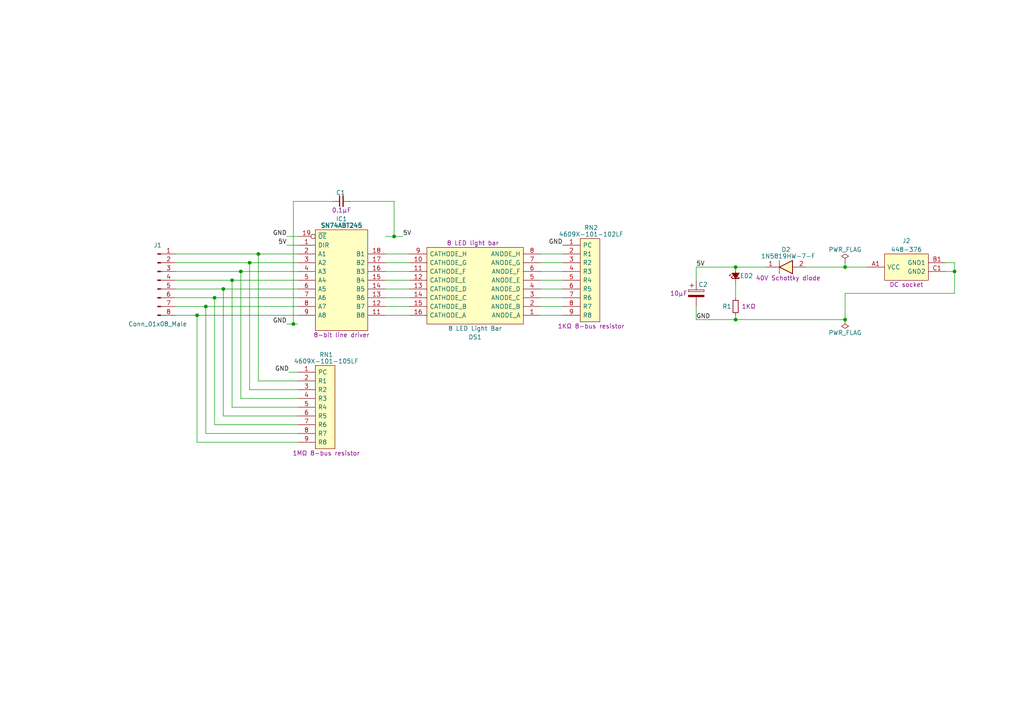
<source format=kicad_sch>
(kicad_sch (version 20230121) (generator eeschema)
  (paper "A4")
  (lib_symbols
    (symbol "Bourns:4609X-101-102LF" (pin_names (offset 0.762))
      (property "Reference" "RN" (at 8.255 5.08 0))
      (property "Value" "4609X-101-102LF" (at 8.255 3.175 0))
      (property "Description" "1KΩ 8-bus resistor" (at 8.255 -23.495 0))
      (symbol "4609X-101-102LF_0_0"
        (pin passive line (at 0 0 0) (length 5.08) (name "PC") (number "1"))
        (pin passive line (at 0 -2.54 0) (length 5.08) (name "R1") (number "2"))
        (pin passive line (at 0 -5.08 0) (length 5.08) (name "R2") (number "3"))
        (pin passive line (at 0 -7.62 0) (length 5.08) (name "R3") (number "4"))
        (pin passive line (at 0 -10.16 0) (length 5.08) (name "R4") (number "5"))
        (pin passive line (at 0 -12.7 0) (length 5.08) (name "R5") (number "6"))
        (pin passive line (at 0 -15.24 0) (length 5.08) (name "R6") (number "7"))
        (pin passive line (at 0 -17.78 0) (length 5.08) (name "R7") (number "8"))
        (pin passive line (at 0 -20.32 0) (length 5.08) (name "R8") (number "9"))
      )
      (symbol "4609X-101-102LF_0_1"
        (polyline (pts (xy 5.08 1.905) (xy 10.795 1.905) (xy 10.795 -22.225) (xy 5.08 -22.225) (xy 5.08 1.905)) (stroke (width 0.1524)) (fill (type background)))
      )
    )
    (symbol "Bourns:4609X-101-105LF" (pin_names (offset 0.762))
      (property "Reference" "RN" (at 8.255 5.08 0))
      (property "Value" "4609X-101-105LF" (at 8.255 3.175 0))
      (property "Description" "1MΩ 8-bus resistor" (at 8.255 -23.495 0))
      (symbol "4609X-101-105LF_0_0"
        (pin passive line (at 0 0 0) (length 5.08) (name "PC") (number "1"))
        (pin passive line (at 0 -2.54 0) (length 5.08) (name "R1") (number "2"))
        (pin passive line (at 0 -5.08 0) (length 5.08) (name "R2") (number "3"))
        (pin passive line (at 0 -7.62 0) (length 5.08) (name "R3") (number "4"))
        (pin passive line (at 0 -10.16 0) (length 5.08) (name "R4") (number "5"))
        (pin passive line (at 0 -12.7 0) (length 5.08) (name "R5") (number "6"))
        (pin passive line (at 0 -15.24 0) (length 5.08) (name "R6") (number "7"))
        (pin passive line (at 0 -17.78 0) (length 5.08) (name "R7") (number "8"))
        (pin passive line (at 0 -20.32 0) (length 5.08) (name "R8") (number "9"))
      )
      (symbol "4609X-101-105LF_0_1"
        (polyline (pts (xy 5.08 1.905) (xy 10.795 1.905) (xy 10.795 -22.225) (xy 5.08 -22.225) (xy 5.08 1.905)) (stroke (width 0.1524)) (fill (type background)))
      )
    )
    (symbol "Connector:Conn_01x08_Male" (pin_names (offset 1.016) hide)
      (property "Reference" "J" (at 0 10.16 0))
      (property "Value" "Conn_01x08_Male" (at 0 -12.7 0))
      (symbol "Conn_01x08_Male_1_1"
        (polyline (pts (xy 1.27 -10.16) (xy 0.8636 -10.16)) (stroke (width 0.1524)))
        (polyline (pts (xy 1.27 -7.62) (xy 0.8636 -7.62)) (stroke (width 0.1524)))
        (polyline (pts (xy 1.27 -5.08) (xy 0.8636 -5.08)) (stroke (width 0.1524)))
        (polyline (pts (xy 1.27 -2.54) (xy 0.8636 -2.54)) (stroke (width 0.1524)))
        (polyline (pts (xy 1.27 0) (xy 0.8636 0)) (stroke (width 0.1524)))
        (polyline (pts (xy 1.27 2.54) (xy 0.8636 2.54)) (stroke (width 0.1524)))
        (polyline (pts (xy 1.27 5.08) (xy 0.8636 5.08)) (stroke (width 0.1524)))
        (polyline (pts (xy 1.27 7.62) (xy 0.8636 7.62)) (stroke (width 0.1524)))
        (rectangle (start 0.8636 -10.033) (end 0 -10.287) (stroke (width 0.1524)) (fill (type outline)))
        (rectangle (start 0.8636 -7.493) (end 0 -7.747) (stroke (width 0.1524)) (fill (type outline)))
        (rectangle (start 0.8636 -4.953) (end 0 -5.207) (stroke (width 0.1524)) (fill (type outline)))
        (rectangle (start 0.8636 -2.413) (end 0 -2.667) (stroke (width 0.1524)) (fill (type outline)))
        (rectangle (start 0.8636 0.127) (end 0 -0.127) (stroke (width 0.1524)) (fill (type outline)))
        (rectangle (start 0.8636 2.667) (end 0 2.413) (stroke (width 0.1524)) (fill (type outline)))
        (rectangle (start 0.8636 5.207) (end 0 4.953) (stroke (width 0.1524)) (fill (type outline)))
        (rectangle (start 0.8636 7.747) (end 0 7.493) (stroke (width 0.1524)) (fill (type outline)))
        (pin passive line (at 5.08 7.62 180) (length 3.81) (name "Pin_1") (number "1"))
        (pin passive line (at 5.08 5.08 180) (length 3.81) (name "Pin_2") (number "2"))
        (pin passive line (at 5.08 2.54 180) (length 3.81) (name "Pin_3") (number "3"))
        (pin passive line (at 5.08 0 180) (length 3.81) (name "Pin_4") (number "4"))
        (pin passive line (at 5.08 -2.54 180) (length 3.81) (name "Pin_5") (number "5"))
        (pin passive line (at 5.08 -5.08 180) (length 3.81) (name "Pin_6") (number "6"))
        (pin passive line (at 5.08 -7.62 180) (length 3.81) (name "Pin_7") (number "7"))
        (pin passive line (at 5.08 -10.16 180) (length 3.81) (name "Pin_8") (number "8"))
      )
    )
    (symbol "Device:C_Polarized" (pin_numbers hide) (pin_names (offset 0.254))
      (property "Reference" "C" (at 0.635 2.54 0))
      (property "Value" "C_Polarized" (at 0.635 -2.54 0))
      (symbol "C_Polarized_0_1"
        (rectangle (start -2.286 0.508) (end 2.286 1.016))
        (polyline (pts (xy -1.778 2.286) (xy -0.762 2.286)))
        (polyline (pts (xy -1.27 2.794) (xy -1.27 1.778)))
        (rectangle (start 2.286 -0.508) (end -2.286 -1.016) (fill (type outline)))
      )
      (symbol "C_Polarized_1_1"
        (pin passive line (at 0 3.81 270) (length 2.794) (name "~") (number "1"))
        (pin passive line (at 0 -3.81 90) (length 2.794) (name "~") (number "2"))
      )
    )
    (symbol "Device:LED_Small_Filled" (pin_numbers hide) (pin_names (offset 0.254) hide)
      (property "Reference" "D" (at -1.27 3.175 0))
      (property "Value" "LED_Small_Filled" (at -4.445 -2.54 0))
      (symbol "LED_Small_Filled_0_1"
        (polyline (pts (xy -0.762 -1.016) (xy -0.762 1.016)) (stroke (width 0.254)))
        (polyline (pts (xy 1.016 0) (xy -0.762 0)))
        (polyline (pts (xy 0.762 -1.016) (xy -0.762 0) (xy 0.762 1.016) (xy 0.762 -1.016)) (stroke (width 0.254)) (fill (type outline)))
        (polyline (pts (xy 0 0.762) (xy -0.508 1.27) (xy -0.254 1.27) (xy -0.508 1.27) (xy -0.508 1.016)))
        (polyline (pts (xy 0.508 1.27) (xy 0 1.778) (xy 0.254 1.778) (xy 0 1.778) (xy 0 1.524)))
      )
      (symbol "LED_Small_Filled_1_1"
        (pin passive line (at -2.54 0 0) (length 1.778) (name "K") (number "1"))
        (pin passive line (at 2.54 0 180) (length 1.778) (name "A") (number "2"))
      )
    )
    (symbol "Diodes_Inc:1N5819HW-7-F" (pin_names (offset 0.762))
      (property "Reference" "D" (at 5.715 5.08 0))
      (property "Value" "1N5819HW-7-F" (at 6.35 3.175 0))
      (property "Description" "40V Schottky diode" (at 6.35 -3.175 0))
      (symbol "1N5819HW-7-F_0_0"
        (pin passive line (at 0 0 0) (length 2.54) (name "~") (number "1"))
        (pin passive line (at 11.43 0 180) (length 2.54) (name "~") (number "2"))
      )
      (symbol "1N5819HW-7-F_0_1"
        (polyline (pts (xy 2.54 0) (xy 3.81 0)) (stroke (width 0.1524)))
        (polyline (pts (xy 3.81 1.905) (xy 3.81 -1.905)) (stroke (width 0.1524)))
        (polyline (pts (xy 7.62 0) (xy 8.89 0)) (stroke (width 0.1524)))
        (polyline (pts (xy 3.81 0) (xy 7.62 1.905) (xy 7.62 -1.905) (xy 3.81 0)) (stroke (width 0.254)) (fill (type background)))
      )
    )
    (symbol "HCP65:C_0805" (pin_numbers hide) (pin_names (offset 0.254) hide)
      (property "Reference" "C" (at 2.286 2.54 0))
      (property "Description" "?μF" (at 2.54 -2.54 0))
      (symbol "C_0805_0_1"
        (polyline (pts (xy 1.9685 -1.4605) (xy 1.9685 1.5875)) (stroke (width 0.3048)))
        (polyline (pts (xy 2.9845 -1.4605) (xy 2.9845 1.5875)) (stroke (width 0.3302)))
      )
      (symbol "C_0805_1_1"
        (pin passive line (at 0 0 0) (length 2.032) (name "~") (number "1"))
        (pin passive line (at 5.08 0 180) (length 2.032) (name "~") (number "2"))
      )
    )
    (symbol "HCP65:R_0805" (pin_numbers hide) (pin_names hide)
      (property "Reference" "R" (at 2.54 1.778 0))
      (property "Description" "?Ω" (at 2.54 -2.032 0))
      (symbol "R_0805_0_1"
        (rectangle (start 0.762 0.762) (end 4.318 -0.762) (stroke (width 0.2032)))
      )
      (symbol "R_0805_1_1"
        (pin passive line (at 0 0 0) (length 0.72) (name "~") (number "1"))
        (pin passive line (at 5.08 0 180) (length 0.72) (name "~") (number "2"))
      )
    )
    (symbol "Osram:8 LED Light Bar" (pin_names (offset 0.762))
      (property "Reference" "DS" (at 19.05 6.35 0))
      (property "Value" "8 LED Light Bar" (at 19.05 3.81 0))
      (property "Description" "8 LED light bar" (at 19.685 -20.955 0))
      (symbol "8 LED Light Bar_0_0"
        (pin passive line (at 0 0 0) (length 5.08) (name "ANODE_A") (number "1"))
        (pin passive line (at 38.1 -15.24 180) (length 5.08) (name "CATHODE_G") (number "10"))
        (pin passive line (at 38.1 -12.7 180) (length 5.08) (name "CATHODE_F") (number "11"))
        (pin passive line (at 38.1 -10.16 180) (length 5.08) (name "CATHODE_E") (number "12"))
        (pin passive line (at 38.1 -7.62 180) (length 5.08) (name "CATHODE_D") (number "13"))
        (pin passive line (at 38.1 -5.08 180) (length 5.08) (name "CATHODE_C") (number "14"))
        (pin passive line (at 38.1 -2.54 180) (length 5.08) (name "CATHODE_B") (number "15"))
        (pin passive line (at 38.1 0 180) (length 5.08) (name "CATHODE_A") (number "16"))
        (pin passive line (at 0 -2.54 0) (length 5.08) (name "ANODE_B") (number "2"))
        (pin passive line (at 0 -5.08 0) (length 5.08) (name "ANODE_C") (number "3"))
        (pin passive line (at 0 -7.62 0) (length 5.08) (name "ANODE_D") (number "4"))
        (pin passive line (at 0 -10.16 0) (length 5.08) (name "ANODE_E") (number "5"))
        (pin passive line (at 0 -12.7 0) (length 5.08) (name "ANODE_F") (number "6"))
        (pin passive line (at 0 -15.24 0) (length 5.08) (name "ANODE_G") (number "7"))
        (pin passive line (at 0 -17.78 0) (length 5.08) (name "ANODE_H") (number "8"))
        (pin passive line (at 38.1 -17.78 180) (length 5.08) (name "CATHODE_H") (number "9"))
      )
      (symbol "8 LED Light Bar_0_1"
        (polyline (pts (xy 5.08 2.54) (xy 33.02 2.54) (xy 33.02 -19.685) (xy 5.08 -19.685) (xy 5.08 2.54)) (stroke (width 0.1524)) (fill (type background)))
      )
    )
    (symbol "RS_Components:448-376" (pin_names (offset 0.762))
      (property "Reference" "J" (at 11.43 6.35 0))
      (property "Value" "448-376" (at 11.43 3.81 0))
      (property "Description" "DC socket" (at 11.43 -6.35 0))
      (symbol "448-376_0_0"
        (pin passive line (at 0 -1.27 0) (length 5.08) (name "VCC") (number "A1"))
        (pin passive line (at 22.86 0 180) (length 5.08) (name "GND1") (number "B1"))
        (pin passive line (at 22.86 -2.54 180) (length 5.08) (name "GND2") (number "C1"))
      )
      (symbol "448-376_0_1"
        (polyline (pts (xy 5.08 2.54) (xy 17.78 2.54) (xy 17.78 -5.08) (xy 5.08 -5.08) (xy 5.08 2.54)) (stroke (width 0.1524)) (fill (type background)))
      )
    )
    (symbol "Texas_Instruments:SN74ABT245BDBR" (pin_names (offset 0.762))
      (property "Reference" "IC" (at 12.7 5.08 0))
      (property "Value" "SN74ABT245BDBR" (at 12.7 3.175 0))
      (property "Description" "8-bit line driver" (at 12.7 -28.575 0))
      (symbol "SN74ABT245BDBR_0_0"
        (pin input line (at 0 -2.54 0) (length 5.08) (name "DIR") (number "1"))
        (pin passive line (at 0 -25.4 0) (length 5.08) hide (name "GND") (number "10"))
        (pin bidirectional line (at 25.4 -22.86 180) (length 5.08) (name "B8") (number "11"))
        (pin bidirectional line (at 25.4 -20.32 180) (length 5.08) (name "B7") (number "12"))
        (pin bidirectional line (at 25.4 -17.78 180) (length 5.08) (name "B6") (number "13"))
        (pin bidirectional line (at 25.4 -15.24 180) (length 5.08) (name "B5") (number "14"))
        (pin bidirectional line (at 25.4 -12.7 180) (length 5.08) (name "B4") (number "15"))
        (pin bidirectional line (at 25.4 -10.16 180) (length 5.08) (name "B3") (number "16"))
        (pin bidirectional line (at 25.4 -7.62 180) (length 5.08) (name "B2") (number "17"))
        (pin bidirectional line (at 25.4 -5.08 180) (length 5.08) (name "B1") (number "18"))
        (pin input inverted (at 0 0 0) (length 5.08) (name "~{OE}") (number "19"))
        (pin bidirectional line (at 0 -5.08 0) (length 5.08) (name "A1") (number "2"))
        (pin passive line (at 25.4 0 180) (length 5.08) hide (name "5V") (number "20"))
        (pin bidirectional line (at 0 -7.62 0) (length 5.08) (name "A2") (number "3"))
        (pin bidirectional line (at 0 -10.16 0) (length 5.08) (name "A3") (number "4"))
        (pin bidirectional line (at 0 -12.7 0) (length 5.08) (name "A4") (number "5"))
        (pin bidirectional line (at 0 -15.24 0) (length 5.08) (name "A5") (number "6"))
        (pin bidirectional line (at 0 -17.78 0) (length 5.08) (name "A6") (number "7"))
        (pin bidirectional line (at 0 -20.32 0) (length 5.08) (name "A7") (number "8"))
        (pin bidirectional line (at 0 -22.86 0) (length 5.08) (name "A8") (number "9"))
      )
      (symbol "SN74ABT245BDBR_0_1"
        (polyline (pts (xy 5.08 1.905) (xy 20.32 1.905) (xy 20.32 -27.305) (xy 5.08 -27.305) (xy 5.08 1.905)) (stroke (width 0.1524)) (fill (type background)))
      )
    )
    (symbol "power:PWR_FLAG" (power) (pin_numbers hide) (pin_names (offset 0) hide)
      (property "Value" "PWR_FLAG" (at 0 3.81 0))
      (symbol "PWR_FLAG_0_0"
        (pin power_out line (at 0 0 90) (length 0) (name "pwr") (number "1"))
      )
      (symbol "PWR_FLAG_0_1"
        (polyline (pts (xy 0 0) (xy 0 1.27) (xy -1.016 1.905) (xy 0 2.54) (xy 1.016 1.905) (xy 0 1.27)))
      )
    )
  )
  (junction (at 59.69 88.9))
  (junction (at 213.36 77.47))
  (junction (at 64.77 83.82))
  (junction (at 69.85 78.74))
  (junction (at 72.39 76.2))
  (junction (at 67.31 81.28))
  (junction (at 74.93 73.66))
  (junction (at 276.86 78.74))
  (junction (at 213.36 92.71))
  (junction (at 114.3 68.58))
  (junction (at 245.11 77.47))
  (junction (at 62.23 86.36))
  (junction (at 245.11 92.71))
  (junction (at 57.15 91.44))
  (junction (at 85.09 93.98))
  (wire (pts (xy 118.745 76.2) (xy 111.76 76.2)))
  (wire (pts (xy 233.68 77.47) (xy 245.11 77.47)))
  (wire (pts (xy 245.11 92.71) (xy 213.36 92.71)))
  (wire (pts (xy 213.36 92.71) (xy 213.36 91.44)))
  (wire (pts (xy 57.15 91.44) (xy 86.36 91.44)))
  (wire (pts (xy 72.39 76.2) (xy 86.36 76.2)))
  (wire (pts (xy 163.195 73.66) (xy 156.845 73.66)))
  (wire (pts (xy 114.3 58.42) (xy 114.3 68.58)))
  (wire (pts (xy 74.93 110.49) (xy 86.36 110.49)))
  (wire (pts (xy 62.23 123.19) (xy 62.23 86.36)))
  (wire (pts (xy 62.23 123.19) (xy 86.36 123.19)))
  (wire (pts (xy 276.86 78.74) (xy 276.86 85.09)))
  (wire (pts (xy 57.15 128.27) (xy 57.15 91.44)))
  (wire (pts (xy 163.195 91.44) (xy 156.845 91.44)))
  (wire (pts (xy 69.85 115.57) (xy 86.36 115.57)))
  (wire (pts (xy 245.11 76.2) (xy 245.11 77.47)))
  (wire (pts (xy 83.185 93.98) (xy 85.09 93.98)))
  (wire (pts (xy 118.745 91.44) (xy 111.76 91.44)))
  (wire (pts (xy 50.8 73.66) (xy 74.93 73.66)))
  (wire (pts (xy 69.85 115.57) (xy 69.85 78.74)))
  (wire (pts (xy 64.77 120.65) (xy 64.77 83.82)))
  (wire (pts (xy 118.745 78.74) (xy 111.76 78.74)))
  (wire (pts (xy 74.93 73.66) (xy 86.36 73.66)))
  (wire (pts (xy 72.39 113.03) (xy 72.39 76.2)))
  (wire (pts (xy 276.86 76.2) (xy 274.32 76.2)))
  (wire (pts (xy 67.31 118.11) (xy 86.36 118.11)))
  (wire (pts (xy 83.185 71.12) (xy 86.36 71.12)))
  (wire (pts (xy 62.23 86.36) (xy 86.36 86.36)))
  (wire (pts (xy 118.745 88.9) (xy 111.76 88.9)))
  (wire (pts (xy 163.195 88.9) (xy 156.845 88.9)))
  (wire (pts (xy 118.745 73.66) (xy 111.76 73.66)))
  (wire (pts (xy 276.86 85.09) (xy 245.11 85.09)))
  (wire (pts (xy 213.36 82.55) (xy 213.36 86.36)))
  (wire (pts (xy 50.8 76.2) (xy 72.39 76.2)))
  (wire (pts (xy 50.8 86.36) (xy 62.23 86.36)))
  (wire (pts (xy 118.745 83.82) (xy 111.76 83.82)))
  (wire (pts (xy 163.195 81.28) (xy 156.845 81.28)))
  (wire (pts (xy 69.85 78.74) (xy 86.36 78.74)))
  (wire (pts (xy 245.11 77.47) (xy 251.46 77.47)))
  (wire (pts (xy 50.8 78.74) (xy 69.85 78.74)))
  (wire (pts (xy 59.69 125.73) (xy 59.69 88.9)))
  (wire (pts (xy 163.195 86.36) (xy 156.845 86.36)))
  (wire (pts (xy 50.8 83.82) (xy 64.77 83.82)))
  (wire (pts (xy 85.09 93.98) (xy 86.36 93.98)))
  (wire (pts (xy 163.195 83.82) (xy 156.845 83.82)))
  (wire (pts (xy 67.31 118.11) (xy 67.31 81.28)))
  (wire (pts (xy 85.09 58.42) (xy 85.09 93.98)))
  (wire (pts (xy 64.77 120.65) (xy 86.36 120.65)))
  (wire (pts (xy 163.195 76.2) (xy 156.845 76.2)))
  (wire (pts (xy 276.86 76.2) (xy 276.86 78.74)))
  (wire (pts (xy 201.93 92.71) (xy 201.93 88.9)))
  (wire (pts (xy 83.82 107.95) (xy 86.36 107.95)))
  (wire (pts (xy 59.69 88.9) (xy 86.36 88.9)))
  (wire (pts (xy 59.69 125.73) (xy 86.36 125.73)))
  (wire (pts (xy 50.8 81.28) (xy 67.31 81.28)))
  (wire (pts (xy 50.8 91.44) (xy 57.15 91.44)))
  (wire (pts (xy 245.11 85.09) (xy 245.11 92.71)))
  (wire (pts (xy 118.745 81.28) (xy 111.76 81.28)))
  (wire (pts (xy 118.745 86.36) (xy 111.76 86.36)))
  (wire (pts (xy 276.86 78.74) (xy 274.32 78.74)))
  (wire (pts (xy 163.195 78.74) (xy 156.845 78.74)))
  (wire (pts (xy 114.3 68.58) (xy 116.84 68.58)))
  (wire (pts (xy 64.77 83.82) (xy 86.36 83.82)))
  (wire (pts (xy 67.31 81.28) (xy 86.36 81.28)))
  (wire (pts (xy 57.15 128.27) (xy 86.36 128.27)))
  (wire (pts (xy 74.93 110.49) (xy 74.93 73.66)))
  (wire (pts (xy 213.36 77.47) (xy 222.25 77.47)))
  (wire (pts (xy 111.76 68.58) (xy 114.3 68.58)))
  (wire (pts (xy 201.93 77.47) (xy 201.93 81.28)))
  (wire (pts (xy 101.6 58.42) (xy 114.3 58.42)))
  (wire (pts (xy 72.39 113.03) (xy 86.36 113.03)))
  (wire (pts (xy 213.36 92.71) (xy 201.93 92.71)))
  (wire (pts (xy 59.69 88.9) (xy 50.8 88.9)))
  (wire (pts (xy 85.09 58.42) (xy 96.52 58.42)))
  (wire (pts (xy 201.93 77.47) (xy 213.36 77.47)))
  (wire (pts (xy 83.185 68.58) (xy 86.36 68.58)))
  (label "GND" (at 163.195 71.12 180))
  (label "GND" (at 83.82 107.95 180))
  (label "5V" (at 83.185 71.12 180))
  (label "5V" (at 201.93 77.47 0))
  (label "GND" (at 201.93 92.71 0))
  (label "GND" (at 83.185 68.58 180))
  (label "5V" (at 116.84 68.58 0))
  (label "GND" (at 83.185 93.98 180))
  (symbol (lib_id "Bourns:4609X-101-102LF") (at 163.195 71.12 0) (unit 1)
    (property "Reference" "RN2" (at 171.45 66.04 0))
    (property "Value" "4609X-101-102LF" (at 171.45 67.945 0))
    (property "Footprint" "SamacSys_Parts:4609X" (effects hide))
    (property "Datasheet" "https://www.mouser.com/datasheet/2/54/4600x-776645.pdf" (effects hide))
    (property "Description" "1KΩ 8-bus resistor" (at 171.45 94.615 0))
    (property "Height" "5.08" (effects hide))
    (property "Manufacturer_Name" "Bourns" (effects hide))
    (property "Manufacturer_Part_Number" "4609X-101-102LF" (effects hide))
    (property "Mouser Part Number" "652-4609X-1LF-1K" (effects hide))
    (property "Mouser Price/Stock" "https://www.mouser.co.uk/ProductDetail/Bourns/4609X-101-102LF?qs=nFt9sTYf7TAKYPPrg1sLvw%3D%3D" (effects hide))
    (property "Arrow Part Number" "4609X-101-102LF" (effects hide))
    (property "Arrow Price/Stock" "https://www.arrow.com/en/products/4609x-101-102lf/bourns?region=europe" (effects hide))
    (instances (project "Bus Tester" (path "" (reference "RN2") (unit 1)) (path "" (reference "RN4") (unit 1))))
  )
  (symbol (lib_id "power:PWR_FLAG") (at 245.11 92.71 180) (unit 1)
    (property "Reference" "#FLG04" (effects hide))
    (property "Value" "PWR_FLAG" (at 245.11 96.52 0))
    (instances (project "Bus Tester" (path "" (reference "#FLG04") (unit 1)) (path "" (reference "#FLG06") (unit 1))))
  )
  (symbol (lib_id "Texas_Instruments:SN74ABT245BDBR") (at 86.36 68.58 0) (unit 1)
    (property "Reference" "IC1" (at 99.06 63.5 0))
    (property "Value" "SN74ABT245" (at 99.06 65.405 0) (effects (font bold)))
    (property "Footprint" "SOP65P780X200-20N" (effects hide))
    (property "Datasheet" "http://www.ti.com/lit/gpn/sn74abt245b" (effects hide))
    (property "Description" "8-bit line driver" (at 99.06 97.155 0))
    (property "Height" "2" (effects hide))
    (property "Manufacturer_Name" "Texas Instruments" (effects hide))
    (property "Manufacturer_Part_Number" "SN74ABT245BDBR" (effects hide))
    (property "Mouser Part Number" "595-SN74ABT245BDBR" (effects hide))
    (property "Mouser Price/Stock" "https://www.mouser.co.uk/ProductDetail/Texas-Instruments/SN74ABT245BDBR?qs=5nGYs9Do7G0kvriH65mtcg%3D%3D" (effects hide))
    (property "Arrow Part Number" "SN74ABT245BDBR" (effects hide))
    (property "Arrow Price/Stock" "https://www.arrow.com/en/products/sn74abt245bdbr/texas-instruments" (effects hide))
    (instances (project "Bus Tester" (path "" (reference "IC1") (unit 1)) (path "" (reference "IC2") (unit 1))))
  )
  (symbol (lib_id "Device:LED_Small_Filled") (at 213.36 80.01 90) (unit 1)
    (property "Reference" "LED2" (at 218.44 80.01 90) (effects (justify left)))
    (property "Value" "LED_Small_Filled" (effects hide))
    (property "Footprint" "SamacSys_Parts:LED_D5.0mm" (effects hide))
    (instances (project "Bus Tester" (path "" (reference "LED2") (unit 1)) (path "" (reference "LED1") (unit 1))))
  )
  (symbol (lib_id "Osram:8 LED Light Bar") (at 156.845 91.44 180) (unit 1)
    (property "Reference" "DS1" (at 137.795 97.79 0))
    (property "Value" "8 LED Light Bar" (at 137.795 95.25 0))
    (property "Footprint" "SamacSys_Parts:DIP8LEDBAR" (effects hide))
    (property "Datasheet" "https://datasheet.datasheetarchive.com/originals/distributors/Datasheets-6/DSA-115789.pdf" (effects hide))
    (property "Description" "8 LED light bar" (at 137.16 70.485 0))
    (property "Height" "6.35" (effects hide))
    (property "Manufacturer_Name" "Avago Technologies" (effects hide))
    (property "Manufacturer_Part_Number" "HDSP-4830" (effects hide))
    (property "Mouser Part Number" "630-HDSP-4830" (effects hide))
    (property "Mouser Price/Stock" "https://www.mouser.co.uk/ProductDetail/Broadcom-Avago/HDSP-4830?qs=pQfy5%252BKCabIzUgkQ3%2FJOEw%3D%3D" (effects hide))
    (instances (project "Bus Tester" (path "" (reference "DS1") (unit 1)) (path "" (reference "DS2") (unit 1))))
  )
  (symbol (lib_id "HCP65:C_0805") (at 96.52 58.42 0) (unit 1)
    (property "Reference" "C1" (at 98.806 55.88 0))
    (property "Value" "C_0805" (effects hide))
    (property "Footprint" "SamacSys_Parts:C_0805" (effects hide))
    (property "Description" "0.1μF" (at 99.06 60.96 0))
    (instances (project "Bus Tester" (path "" (reference "C1") (unit 1)) (path "" (reference "C3") (unit 1))))
  )
  (symbol (lib_id "Device:C_Polarized") (at 201.93 85.09 0) (unit 1)
    (property "Reference" "C2" (at 202.565 82.55 0) (effects (justify left)))
    (property "Value" "C_Polarized" (effects hide))
    (property "Footprint" "Capacitor_THT:CP_Radial_D4.0mm_P1.50mm" (effects hide))
    (property "Description" "10μF" (at 196.85 85.09 0))
    (instances (project "Bus Tester" (path "" (reference "C2") (unit 1)) (path "" (reference "C4") (unit 1))))
  )
  (symbol (lib_id "Connector:Conn_01x08_Male") (at 45.72 81.28 0) (unit 1)
    (property "Reference" "J1" (at 45.72 71.12 0))
    (property "Value" "Conn_01x08_Male" (at 45.72 93.98 0))
    (property "Footprint" "Connector_PinHeader_2.54mm:PinHeader_1x08_P2.54mm_Vertical" (effects hide))
    (instances (project "Bus Tester" (path "" (reference "J1") (unit 1)) (path "" (reference "J3") (unit 1))))
  )
  (symbol (lib_id "power:PWR_FLAG") (at 245.11 76.2 0) (unit 1)
    (property "Reference" "#FLG03" (effects hide))
    (property "Value" "PWR_FLAG" (at 245.11 72.39 0))
    (instances (project "Bus Tester" (path "" (reference "#FLG03") (unit 1)) (path "" (reference "#FLG05") (unit 1))))
  )
  (symbol (lib_id "Diodes_Inc:1N5819HW-7-F") (at 222.25 77.47 0) (unit 1)
    (property "Reference" "D2" (at 227.965 72.39 0))
    (property "Value" "1N5819HW-7-F" (at 228.6 74.295 0))
    (property "Footprint" "SOD3716X145N" (effects hide))
    (property "Datasheet" "https://datasheet.datasheetarchive.com/originals/distributors/Datasheets-DGA23/1390892.pdf" (effects hide))
    (property "Description" "40V Schottky diode" (at 228.6 80.645 0))
    (property "Height" "1.45" (effects hide))
    (property "Manufacturer_Name" "Diodes Inc." (effects hide))
    (property "Manufacturer_Part_Number" "1N5819HW-7-F" (effects hide))
    (property "Mouser Part Number" "621-1N5819HW-F" (effects hide))
    (property "Mouser Price/Stock" "https://www.mouser.co.uk/ProductDetail/Diodes-Incorporated/1N5819HW-7-F?qs=NQ47qNm99eDyWTEd07miYA%3D%3D" (effects hide))
    (property "Arrow Part Number" "1N5819HW-7-F" (effects hide))
    (property "Arrow Price/Stock" "https://www.arrow.com/en/products/1n5819hw-7-f/diodes-incorporated" (effects hide))
    (property "Silkscreen" "1N5819" (effects hide))
    (instances (project "Bus Tester" (path "" (reference "D2") (unit 1)) (path "" (reference "D3") (unit 1))))
  )
  (symbol (lib_id "Bourns:4609X-101-105LF") (at 86.36 107.95 0) (unit 1)
    (property "Reference" "RN1" (at 94.615 102.87 0))
    (property "Value" "4609X-101-105LF" (at 94.615 104.775 0))
    (property "Footprint" "SamacSys_Parts:4609X" (effects hide))
    (property "Datasheet" "https://www.bourns.com/pdfs/4600X.pdf" (effects hide))
    (property "Description" "1MΩ 8-bus resistor" (at 94.615 131.445 0))
    (property "Manufacturer_Name" "Bourns" (effects hide))
    (property "Manufacturer_Part_Number" "4609X-101-105LF" (effects hide))
    (property "Mouser Part Number" "652-4609X-1LF-1M" (effects hide))
    (property "Mouser Price/Stock" "https://www.mouser.com/Search/Refine.aspx?Keyword=652-4609X-1LF-1M" (effects hide))
    (property "Arrow Part Number" "4609X-101-105LF" (effects hide))
    (property "Arrow Price/Stock" "https://www.arrow.com/en/products/4609x-101-105lf/bourns?region=europe" (effects hide))
    (instances (project "Bus Tester" (path "" (reference "RN1") (unit 1)) (path "" (reference "RN3") (unit 1))))
  )
  (symbol (lib_id "HCP65:R_0805") (at 213.36 91.44 90) (unit 1)
    (property "Reference" "R1" (at 210.82 88.9 90))
    (property "Value" "R_0805" (effects hide))
    (property "Footprint" "SamacSys_Parts:R_0805" (effects hide))
    (property "Description" "1KΩ" (at 217.17 88.9 90))
    (instances (project "Bus Tester" (path "" (reference "R1") (unit 1)) (path "" (reference "R2") (unit 1))))
  )
  (symbol (lib_id "RS_Components:448-376") (at 251.46 76.2 0) (unit 1)
    (property "Reference" "J2" (at 262.89 69.85 0))
    (property "Value" "448-376" (at 262.89 72.39 0))
    (property "Footprint" "448376" (effects hide))
    (property "Datasheet" "https://docs.rs-online.com/902a/0900766b81582446.pdf" (effects hide))
    (property "Description" "DC socket" (at 262.89 82.55 0))
    (property "Height" "11" (effects hide))
    (property "Manufacturer_Name" "RS Components" (effects hide))
    (property "Manufacturer_Part_Number" "448-376" (effects hide))
    (instances (project "Bus Tester" (path "" (reference "J2") (unit 1)) (path "" (reference "J4") (unit 1))))
  )
)
</source>
